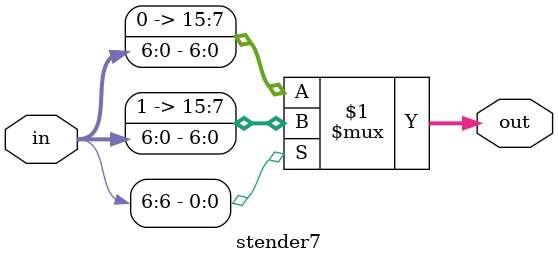
<source format=v>
`timescale 1ns / 1ps


module stender7(
        input [6:0]in,
        output [15:0]out
    );
    
    assign out = in[6] ? {9'b111111111, in} : {9'b000000000, in};
    
endmodule

</source>
